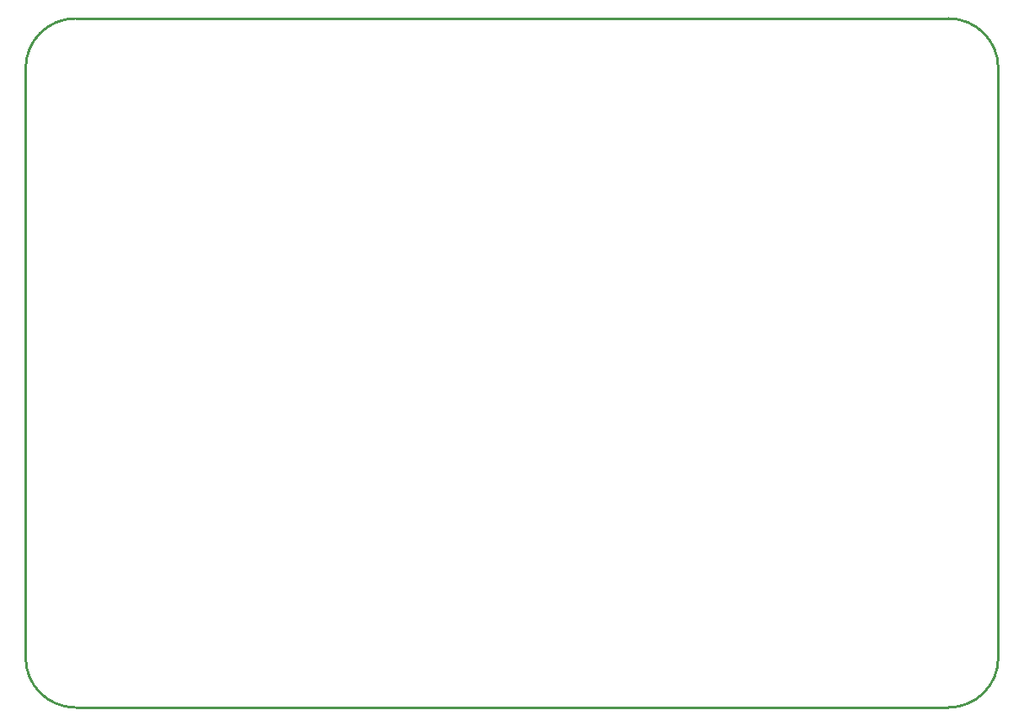
<source format=gko>
G04 Layer: BoardOutlineLayer*
G04 EasyEDA v6.5.47, 2024-10-14 09:34:27*
G04 ce67ab0569d04c388b7640da7ad94f30,699dadb93aee4be8b9b8ad6142c81684,10*
G04 Gerber Generator version 0.2*
G04 Scale: 100 percent, Rotated: No, Reflected: No *
G04 Dimensions in millimeters *
G04 leading zeros omitted , absolute positions ,4 integer and 5 decimal *
%FSLAX45Y45*%
%MOMM*%

%ADD10C,0.2540*%
D10*
X1160396Y8356582D02*
G01*
X9939380Y8356582D01*
X660397Y1922396D02*
G01*
X660397Y7856583D01*
X9939380Y1422397D02*
G01*
X1160396Y1422397D01*
X10439379Y7856583D02*
G01*
X10439379Y1922396D01*
G75*
G01*
X9939380Y8356583D02*
G02*
X10439379Y7856584I0J-499999D01*
G75*
G01*
X10439379Y1922396D02*
G02*
X9939380Y1422397I-499999J0D01*
G75*
G01*
X1160398Y1422397D02*
G02*
X660399Y1922396I0J499999D01*
G75*
G01*
X660399Y7856584D02*
G02*
X1160398Y8356583I499999J0D01*

%LPD*%
M02*

</source>
